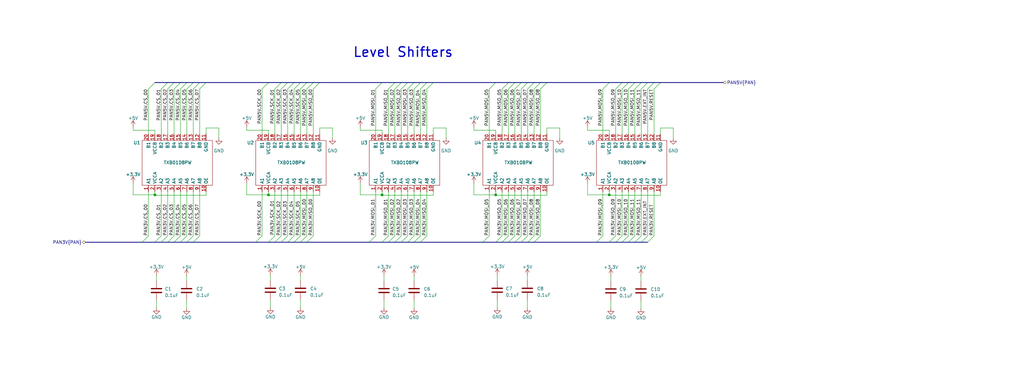
<source format=kicad_sch>
(kicad_sch (version 20230121) (generator eeschema)
  (paper "User" 406.4 152.4)
  (lib_symbols
    (symbol "Device:C" (pin_numbers hide) (pin_names (offset 0.254))
      (property "Reference" "C" (at 0.635 2.54 0))
      (property "Value" "C" (at 0.635 -2.54 0))
      (symbol "C_0_1"
        (polyline (pts (xy -2.032 -0.762) (xy 2.032 -0.762)) (stroke (width 0.508)))
        (polyline (pts (xy -2.032 0.762) (xy 2.032 0.762)) (stroke (width 0.508)))
      )
      (symbol "C_1_1"
        (pin passive line (at 0 3.81 270) (length 2.794) (name "~") (number "1"))
        (pin passive line (at 0 -3.81 90) (length 2.794) (name "~") (number "2"))
      )
    )
    (symbol "TXB0108:TXB0108PW"
      (property "Reference" "U" (at -6.35 15.24 0))
      (property "Value" "TXB0108PW" (at 0 -15.24 0))
      (symbol "TXB0108PW_0_1"
        (rectangle (start -8.89 13.97) (end 8.89 -13.97))
      )
      (symbol "TXB0108PW_1_1"
        (pin bidirectional line (at -11.43 11.43 0) (length 2.54) (name "A1") (number "1"))
        (pin input line (at -11.43 -11.43 0) (length 2.54) (name "OE") (number "10"))
        (pin power_in line (at 11.43 -11.43 180) (length 2.54) (name "GND") (number "11"))
        (pin bidirectional line (at 11.43 -8.89 180) (length 2.54) (name "B8") (number "12"))
        (pin bidirectional line (at 11.43 -6.35 180) (length 2.54) (name "B7") (number "13"))
        (pin bidirectional line (at 11.43 -3.81 180) (length 2.54) (name "B6") (number "14"))
        (pin bidirectional line (at 11.43 -1.27 180) (length 2.54) (name "B5") (number "15"))
        (pin bidirectional line (at 11.43 1.27 180) (length 2.54) (name "B4") (number "16"))
        (pin bidirectional line (at 11.43 3.81 180) (length 2.54) (name "B3") (number "17"))
        (pin bidirectional line (at 11.43 6.35 180) (length 2.54) (name "B2") (number "18"))
        (pin power_in line (at 11.43 8.89 180) (length 2.54) (name "VCCB") (number "19"))
        (pin power_in line (at -11.43 8.89 0) (length 2.54) (name "VCCA") (number "2"))
        (pin bidirectional line (at 11.43 11.43 180) (length 2.54) (name "B1") (number "20"))
        (pin bidirectional line (at -11.43 6.35 0) (length 2.54) (name "A2") (number "3"))
        (pin bidirectional line (at -11.43 3.81 0) (length 2.54) (name "A3") (number "4"))
        (pin bidirectional line (at -11.43 1.27 0) (length 2.54) (name "A4") (number "5"))
        (pin bidirectional line (at -11.43 -1.27 0) (length 2.54) (name "A5") (number "6"))
        (pin bidirectional line (at -11.43 -3.81 0) (length 2.54) (name "A6") (number "7"))
        (pin bidirectional line (at -11.43 -6.35 0) (length 2.54) (name "A7") (number "8"))
        (pin bidirectional line (at -11.43 -8.89 0) (length 2.54) (name "A8") (number "9"))
      )
    )
    (symbol "power:+3.3V" (power) (pin_names (offset 0))
      (property "Value" "+3.3V" (at 0 3.556 0))
      (symbol "+3.3V_0_1"
        (polyline (pts (xy -0.762 1.27) (xy 0 2.54)))
        (polyline (pts (xy 0 0) (xy 0 2.54)))
        (polyline (pts (xy 0 2.54) (xy 0.762 1.27)))
      )
      (symbol "+3.3V_1_1"
        (pin power_in line (at 0 0 90) (length 0) hide (name "+3.3V") (number "1"))
      )
    )
    (symbol "power:+5V" (power) (pin_names (offset 0))
      (property "Value" "+5V" (at 0 3.556 0))
      (symbol "+5V_0_1"
        (polyline (pts (xy -0.762 1.27) (xy 0 2.54)))
        (polyline (pts (xy 0 0) (xy 0 2.54)))
        (polyline (pts (xy 0 2.54) (xy 0.762 1.27)))
      )
      (symbol "+5V_1_1"
        (pin power_in line (at 0 0 90) (length 0) hide (name "+5V") (number "1"))
      )
    )
    (symbol "power:GND" (power) (pin_names (offset 0))
      (property "Value" "GND" (at 0 -3.81 0))
      (symbol "GND_0_1"
        (polyline (pts (xy 0 0) (xy 0 -1.27) (xy 1.27 -1.27) (xy 0 -2.54) (xy -1.27 -1.27) (xy 0 -1.27)))
      )
      (symbol "GND_1_1"
        (pin power_in line (at 0 0 270) (length 0) hide (name "GND") (number "1"))
      )
    )
  )
  (junction (at 106.553 77.343))
  (junction (at 61.468 77.343))
  (junction (at 151.638 77.343))
  (junction (at 196.723 77.343))
  (junction (at 241.808 77.343))
  (bus_entry (at 206.883 35.306) (size 2.54 -2.54))
  (bus_entry (at 194.183 35.306) (size 2.54 -2.54))
  (bus_entry (at 76.708 35.306) (size 2.54 -2.54))
  (bus_entry (at 104.013 35.306) (size 2.54 -2.54))
  (bus_entry (at 79.248 93.599) (size -2.54 2.54))
  (bus_entry (at 166.878 35.306) (size 2.54 -2.54))
  (bus_entry (at 66.548 93.599) (size -2.54 2.54))
  (bus_entry (at 251.968 93.599) (size -2.54 2.54))
  (bus_entry (at 159.258 35.306) (size 2.54 -2.54))
  (bus_entry (at 251.968 35.306) (size 2.54 -2.54))
  (bus_entry (at 69.088 35.306) (size 2.54 -2.54))
  (bus_entry (at 121.793 35.306) (size 2.54 -2.54))
  (bus_entry (at 154.178 93.599) (size -2.54 2.54))
  (bus_entry (at 161.798 35.306) (size 2.54 -2.54))
  (bus_entry (at 164.338 93.599) (size -2.54 2.54))
  (bus_entry (at 214.503 35.306) (size 2.54 -2.54))
  (bus_entry (at 64.008 35.306) (size 2.54 -2.54))
  (bus_entry (at 71.628 93.599) (size -2.54 2.54))
  (bus_entry (at 244.348 35.306) (size 2.54 -2.54))
  (bus_entry (at 257.048 93.599) (size -2.54 2.54))
  (bus_entry (at 149.098 35.306) (size 2.54 -2.54))
  (bus_entry (at 204.343 35.306) (size 2.54 -2.54))
  (bus_entry (at 209.423 35.306) (size 2.54 -2.54))
  (bus_entry (at 214.503 93.599) (size -2.54 2.54))
  (bus_entry (at 199.263 93.599) (size -2.54 2.54))
  (bus_entry (at 254.508 35.306) (size 2.54 -2.54))
  (bus_entry (at 211.963 35.306) (size 2.54 -2.54))
  (bus_entry (at 149.098 93.599) (size -2.54 2.54))
  (bus_entry (at 201.803 35.306) (size 2.54 -2.54))
  (bus_entry (at 119.253 35.306) (size 2.54 -2.54))
  (bus_entry (at 169.418 35.306) (size 2.54 -2.54))
  (bus_entry (at 259.588 35.306) (size 2.54 -2.54))
  (bus_entry (at 109.093 93.599) (size -2.54 2.54))
  (bus_entry (at 249.428 35.306) (size 2.54 -2.54))
  (bus_entry (at 204.343 93.599) (size -2.54 2.54))
  (bus_entry (at 259.588 93.599) (size -2.54 2.54))
  (bus_entry (at 201.803 93.599) (size -2.54 2.54))
  (bus_entry (at 164.338 35.306) (size 2.54 -2.54))
  (bus_entry (at 124.333 35.306) (size 2.54 -2.54))
  (bus_entry (at 74.168 93.599) (size -2.54 2.54))
  (bus_entry (at 239.268 35.306) (size 2.54 -2.54))
  (bus_entry (at 58.928 93.599) (size -2.54 2.54))
  (bus_entry (at 249.428 93.599) (size -2.54 2.54))
  (bus_entry (at 199.263 35.306) (size 2.54 -2.54))
  (bus_entry (at 166.878 93.599) (size -2.54 2.54))
  (bus_entry (at 58.928 35.306) (size 2.54 -2.54))
  (bus_entry (at 116.713 35.306) (size 2.54 -2.54))
  (bus_entry (at 211.963 93.599) (size -2.54 2.54))
  (bus_entry (at 104.013 93.599) (size -2.54 2.54))
  (bus_entry (at 69.088 93.599) (size -2.54 2.54))
  (bus_entry (at 74.168 35.306) (size 2.54 -2.54))
  (bus_entry (at 76.708 93.599) (size -2.54 2.54))
  (bus_entry (at 206.883 93.599) (size -2.54 2.54))
  (bus_entry (at 114.173 93.599) (size -2.54 2.54))
  (bus_entry (at 246.888 35.306) (size 2.54 -2.54))
  (bus_entry (at 244.348 93.599) (size -2.54 2.54))
  (bus_entry (at 79.248 35.306) (size 2.54 -2.54))
  (bus_entry (at 239.268 93.599) (size -2.54 2.54))
  (bus_entry (at 111.633 93.599) (size -2.54 2.54))
  (bus_entry (at 66.548 35.306) (size 2.54 -2.54))
  (bus_entry (at 161.798 93.599) (size -2.54 2.54))
  (bus_entry (at 111.633 35.306) (size 2.54 -2.54))
  (bus_entry (at 254.508 93.599) (size -2.54 2.54))
  (bus_entry (at 71.628 35.306) (size 2.54 -2.54))
  (bus_entry (at 154.178 35.306) (size 2.54 -2.54))
  (bus_entry (at 257.048 35.306) (size 2.54 -2.54))
  (bus_entry (at 121.793 93.599) (size -2.54 2.54))
  (bus_entry (at 194.183 93.599) (size -2.54 2.54))
  (bus_entry (at 116.713 93.599) (size -2.54 2.54))
  (bus_entry (at 209.423 93.599) (size -2.54 2.54))
  (bus_entry (at 159.258 93.599) (size -2.54 2.54))
  (bus_entry (at 156.718 35.306) (size 2.54 -2.54))
  (bus_entry (at 124.333 93.599) (size -2.54 2.54))
  (bus_entry (at 156.718 93.599) (size -2.54 2.54))
  (bus_entry (at 114.173 35.306) (size 2.54 -2.54))
  (bus_entry (at 246.888 93.599) (size -2.54 2.54))
  (bus_entry (at 119.253 93.599) (size -2.54 2.54))
  (bus_entry (at 64.008 93.599) (size -2.54 2.54))
  (bus_entry (at 169.418 93.599) (size -2.54 2.54))
  (bus_entry (at 109.093 35.306) (size 2.54 -2.54))
  (bus (pts (xy 169.418 32.766) (xy 171.958 32.766)))
  (wire (pts (xy 52.832 51.689) (xy 52.832 50.419)))
  (bus (pts (xy 217.043 32.766) (xy 241.808 32.766)))
  (bus (pts (xy 156.718 32.766) (xy 159.258 32.766)))
  (bus (pts (xy 61.468 96.139) (xy 64.008 96.139)))
  (wire (pts (xy 199.263 76.073) (xy 199.263 93.599)))
  (bus (pts (xy 151.638 96.139) (xy 154.178 96.139)))
  (wire (pts (xy 109.093 76.073) (xy 109.093 93.599)))
  (wire (pts (xy 164.338 109.474) (xy 164.338 111.506)))
  (wire (pts (xy 239.268 76.073) (xy 239.268 93.599)))
  (wire (pts (xy 177.038 50.8) (xy 177.038 54.737)))
  (wire (pts (xy 97.917 51.689) (xy 97.917 50.419)))
  (wire (pts (xy 66.548 35.306) (xy 66.548 53.213)))
  (wire (pts (xy 111.633 35.306) (xy 111.633 53.213)))
  (bus (pts (xy 211.963 96.139) (xy 236.728 96.139)))
  (bus (pts (xy 166.878 96.139) (xy 191.643 96.139)))
  (wire (pts (xy 151.638 77.343) (xy 143.002 77.343)))
  (wire (pts (xy 119.253 118.999) (xy 119.253 122.174)))
  (bus (pts (xy 259.588 32.766) (xy 262.128 32.766)))
  (bus (pts (xy 121.793 96.139) (xy 146.558 96.139)))
  (wire (pts (xy 241.808 77.343) (xy 241.808 77.47)))
  (wire (pts (xy 106.553 77.47) (xy 126.873 77.47)))
  (bus (pts (xy 236.728 96.139) (xy 241.808 96.139)))
  (bus (pts (xy 254.508 32.766) (xy 257.048 32.766)))
  (wire (pts (xy 119.253 109.347) (xy 119.253 111.379)))
  (wire (pts (xy 254.508 35.306) (xy 254.508 53.213)))
  (wire (pts (xy 126.873 50.8) (xy 131.953 50.8)))
  (wire (pts (xy 121.793 35.306) (xy 121.793 53.213)))
  (wire (pts (xy 124.333 35.306) (xy 124.333 53.213)))
  (wire (pts (xy 74.168 76.073) (xy 74.168 93.599)))
  (wire (pts (xy 64.008 76.073) (xy 64.008 93.599)))
  (wire (pts (xy 79.248 76.073) (xy 79.248 93.599)))
  (wire (pts (xy 196.723 77.343) (xy 196.723 77.47)))
  (wire (pts (xy 196.723 51.689) (xy 188.087 51.689)))
  (bus (pts (xy 241.808 96.139) (xy 244.348 96.139)))
  (wire (pts (xy 254.381 119.253) (xy 254.381 122.428)))
  (wire (pts (xy 204.343 35.306) (xy 204.343 53.213)))
  (wire (pts (xy 149.098 35.306) (xy 149.098 53.213)))
  (wire (pts (xy 214.503 76.073) (xy 214.503 93.599)))
  (bus (pts (xy 209.423 96.139) (xy 211.963 96.139)))
  (bus (pts (xy 214.503 32.766) (xy 217.043 32.766)))
  (bus (pts (xy 171.958 32.766) (xy 196.723 32.766)))
  (wire (pts (xy 76.708 35.306) (xy 76.708 53.213)))
  (bus (pts (xy 106.553 32.766) (xy 111.633 32.766)))
  (wire (pts (xy 166.878 35.306) (xy 166.878 53.213)))
  (wire (pts (xy 246.888 35.306) (xy 246.888 53.213)))
  (bus (pts (xy 206.883 96.139) (xy 209.423 96.139)))
  (wire (pts (xy 52.832 72.644) (xy 52.832 77.343)))
  (wire (pts (xy 159.258 35.306) (xy 159.258 53.213)))
  (wire (pts (xy 217.043 76.073) (xy 217.043 77.47)))
  (wire (pts (xy 169.418 35.306) (xy 169.418 53.213)))
  (wire (pts (xy 254.381 109.601) (xy 254.381 111.633)))
  (bus (pts (xy 116.713 96.139) (xy 119.253 96.139)))
  (wire (pts (xy 81.788 53.213) (xy 81.788 50.8)))
  (wire (pts (xy 111.633 76.073) (xy 111.633 93.599)))
  (wire (pts (xy 114.173 35.306) (xy 114.173 53.213)))
  (wire (pts (xy 209.423 76.073) (xy 209.423 93.599)))
  (bus (pts (xy 199.263 96.139) (xy 201.803 96.139)))
  (bus (pts (xy 76.708 32.766) (xy 79.248 32.766)))
  (wire (pts (xy 71.628 35.306) (xy 71.628 53.213)))
  (bus (pts (xy 251.968 32.766) (xy 254.508 32.766)))
  (wire (pts (xy 166.878 76.073) (xy 166.878 93.599)))
  (wire (pts (xy 188.087 72.644) (xy 188.087 77.343)))
  (wire (pts (xy 69.088 35.306) (xy 69.088 53.213)))
  (wire (pts (xy 61.468 51.689) (xy 52.832 51.689)))
  (wire (pts (xy 159.258 76.073) (xy 159.258 93.599)))
  (bus (pts (xy 209.423 32.766) (xy 211.963 32.766)))
  (bus (pts (xy 246.888 32.766) (xy 249.428 32.766)))
  (bus (pts (xy 204.343 32.766) (xy 206.883 32.766)))
  (bus (pts (xy 249.428 96.139) (xy 251.968 96.139)))
  (wire (pts (xy 262.128 50.8) (xy 267.208 50.8)))
  (bus (pts (xy 101.473 96.139) (xy 106.553 96.139)))
  (bus (pts (xy 161.798 32.766) (xy 164.338 32.766)))
  (wire (pts (xy 259.588 76.073) (xy 259.588 93.599)))
  (wire (pts (xy 116.713 35.306) (xy 116.713 53.213)))
  (bus (pts (xy 159.258 32.766) (xy 161.798 32.766)))
  (bus (pts (xy 206.883 32.766) (xy 209.423 32.766)))
  (wire (pts (xy 97.917 72.644) (xy 97.917 77.343)))
  (wire (pts (xy 246.888 76.073) (xy 246.888 93.599)))
  (wire (pts (xy 241.808 77.343) (xy 233.172 77.343)))
  (wire (pts (xy 106.553 77.343) (xy 106.553 77.47)))
  (bus (pts (xy 81.788 32.766) (xy 106.553 32.766)))
  (bus (pts (xy 154.178 96.139) (xy 156.718 96.139)))
  (bus (pts (xy 66.548 96.139) (xy 69.088 96.139)))
  (wire (pts (xy 106.553 51.689) (xy 97.917 51.689)))
  (wire (pts (xy 143.002 51.689) (xy 143.002 50.419)))
  (wire (pts (xy 196.723 77.47) (xy 217.043 77.47)))
  (wire (pts (xy 199.263 35.306) (xy 199.263 53.213)))
  (wire (pts (xy 209.423 35.306) (xy 209.423 53.213)))
  (wire (pts (xy 151.638 76.073) (xy 151.638 77.343)))
  (wire (pts (xy 204.343 76.073) (xy 204.343 93.599)))
  (wire (pts (xy 71.628 76.073) (xy 71.628 93.599)))
  (wire (pts (xy 251.968 76.073) (xy 251.968 93.599)))
  (wire (pts (xy 152.4 109.347) (xy 152.4 111.506)))
  (bus (pts (xy 166.878 32.766) (xy 169.418 32.766)))
  (bus (pts (xy 191.643 96.139) (xy 196.723 96.139)))
  (bus (pts (xy 249.428 32.766) (xy 251.968 32.766)))
  (bus (pts (xy 61.468 32.766) (xy 66.548 32.766)))
  (bus (pts (xy 201.803 32.766) (xy 204.343 32.766)))
  (wire (pts (xy 244.348 76.073) (xy 244.348 93.599)))
  (bus (pts (xy 121.793 32.766) (xy 124.333 32.766)))
  (wire (pts (xy 106.553 53.213) (xy 106.553 51.689)))
  (wire (pts (xy 151.638 51.689) (xy 143.002 51.689)))
  (bus (pts (xy 262.128 32.766) (xy 287.02 32.766)))
  (bus (pts (xy 196.723 96.139) (xy 199.263 96.139)))
  (wire (pts (xy 131.953 50.8) (xy 131.953 54.737)))
  (wire (pts (xy 222.123 50.8) (xy 222.123 54.737)))
  (bus (pts (xy 246.888 96.139) (xy 249.428 96.139)))
  (bus (pts (xy 156.718 96.139) (xy 159.258 96.139)))
  (wire (pts (xy 164.338 76.073) (xy 164.338 93.599)))
  (wire (pts (xy 171.958 76.073) (xy 171.958 77.47)))
  (bus (pts (xy 33.909 96.139) (xy 56.388 96.139)))
  (wire (pts (xy 257.048 35.306) (xy 257.048 53.213)))
  (wire (pts (xy 194.183 35.306) (xy 194.183 53.213)))
  (wire (pts (xy 64.008 35.306) (xy 64.008 53.213)))
  (wire (pts (xy 74.168 35.306) (xy 74.168 53.213)))
  (bus (pts (xy 201.803 96.139) (xy 204.343 96.139)))
  (bus (pts (xy 196.723 32.766) (xy 201.803 32.766)))
  (wire (pts (xy 61.468 76.073) (xy 61.468 77.343)))
  (wire (pts (xy 241.808 51.689) (xy 233.172 51.689)))
  (bus (pts (xy 204.343 96.139) (xy 206.883 96.139)))
  (wire (pts (xy 114.173 76.073) (xy 114.173 93.599)))
  (wire (pts (xy 242.443 109.474) (xy 242.443 111.633)))
  (wire (pts (xy 262.128 76.073) (xy 262.128 77.47)))
  (wire (pts (xy 74.041 109.474) (xy 74.041 111.506)))
  (bus (pts (xy 71.628 96.139) (xy 74.168 96.139)))
  (wire (pts (xy 156.718 35.306) (xy 156.718 53.213)))
  (wire (pts (xy 106.553 76.073) (xy 106.553 77.343)))
  (bus (pts (xy 116.713 32.766) (xy 119.253 32.766)))
  (wire (pts (xy 107.315 118.999) (xy 107.315 122.047)))
  (wire (pts (xy 171.958 50.8) (xy 177.038 50.8)))
  (wire (pts (xy 104.013 35.306) (xy 104.013 53.213)))
  (wire (pts (xy 254.508 76.073) (xy 254.508 93.599)))
  (wire (pts (xy 154.178 35.306) (xy 154.178 53.213)))
  (wire (pts (xy 81.788 76.073) (xy 81.788 77.47)))
  (wire (pts (xy 196.723 76.073) (xy 196.723 77.343)))
  (bus (pts (xy 74.168 32.766) (xy 76.708 32.766)))
  (bus (pts (xy 251.968 96.139) (xy 254.508 96.139)))
  (bus (pts (xy 114.173 32.766) (xy 116.713 32.766)))
  (wire (pts (xy 61.468 53.213) (xy 61.468 51.689)))
  (wire (pts (xy 197.358 109.22) (xy 197.358 111.379)))
  (bus (pts (xy 111.633 32.766) (xy 114.173 32.766)))
  (wire (pts (xy 61.468 77.343) (xy 61.468 77.47)))
  (wire (pts (xy 119.253 76.073) (xy 119.253 93.599)))
  (wire (pts (xy 206.883 35.306) (xy 206.883 53.213)))
  (wire (pts (xy 66.548 76.073) (xy 66.548 93.599)))
  (wire (pts (xy 267.208 50.8) (xy 267.208 54.737)))
  (wire (pts (xy 86.868 50.8) (xy 86.868 54.737)))
  (wire (pts (xy 124.333 76.073) (xy 124.333 93.599)))
  (bus (pts (xy 241.808 32.766) (xy 246.888 32.766)))
  (wire (pts (xy 79.248 35.306) (xy 79.248 53.213)))
  (wire (pts (xy 201.803 35.306) (xy 201.803 53.213)))
  (bus (pts (xy 64.008 96.139) (xy 66.548 96.139)))
  (wire (pts (xy 61.468 77.47) (xy 81.788 77.47)))
  (wire (pts (xy 149.098 76.073) (xy 149.098 93.599)))
  (bus (pts (xy 79.248 32.766) (xy 81.788 32.766)))
  (wire (pts (xy 151.638 53.213) (xy 151.638 51.689)))
  (wire (pts (xy 209.296 118.999) (xy 209.296 122.174)))
  (wire (pts (xy 262.128 53.213) (xy 262.128 50.8)))
  (wire (pts (xy 152.4 119.126) (xy 152.4 122.174)))
  (wire (pts (xy 209.296 109.347) (xy 209.296 111.379)))
  (wire (pts (xy 74.041 119.126) (xy 74.041 122.301)))
  (bus (pts (xy 119.253 32.766) (xy 121.793 32.766)))
  (wire (pts (xy 206.883 76.073) (xy 206.883 93.599)))
  (wire (pts (xy 241.808 76.073) (xy 241.808 77.343)))
  (bus (pts (xy 211.963 32.766) (xy 214.503 32.766)))
  (wire (pts (xy 116.713 76.073) (xy 116.713 93.599)))
  (wire (pts (xy 107.315 109.22) (xy 107.315 111.379)))
  (wire (pts (xy 251.968 35.306) (xy 251.968 53.213)))
  (wire (pts (xy 196.723 53.213) (xy 196.723 51.689)))
  (bus (pts (xy 119.253 96.139) (xy 121.793 96.139)))
  (wire (pts (xy 197.358 118.999) (xy 197.358 122.047)))
  (bus (pts (xy 66.548 32.766) (xy 69.088 32.766)))
  (wire (pts (xy 211.963 76.073) (xy 211.963 93.599)))
  (wire (pts (xy 61.468 77.343) (xy 52.832 77.343)))
  (wire (pts (xy 161.798 35.306) (xy 161.798 53.213)))
  (wire (pts (xy 233.172 72.644) (xy 233.172 77.343)))
  (bus (pts (xy 106.553 96.139) (xy 109.093 96.139)))
  (wire (pts (xy 171.958 53.213) (xy 171.958 50.8)))
  (wire (pts (xy 194.183 76.073) (xy 194.183 93.599)))
  (bus (pts (xy 164.338 32.766) (xy 166.878 32.766)))
  (bus (pts (xy 71.628 32.766) (xy 74.168 32.766)))
  (wire (pts (xy 217.043 50.8) (xy 222.123 50.8)))
  (bus (pts (xy 109.093 96.139) (xy 111.633 96.139)))
  (wire (pts (xy 76.708 76.073) (xy 76.708 93.599)))
  (wire (pts (xy 196.723 77.343) (xy 188.087 77.343)))
  (wire (pts (xy 211.963 35.306) (xy 211.963 53.213)))
  (wire (pts (xy 188.087 51.689) (xy 188.087 50.419)))
  (bus (pts (xy 69.088 96.139) (xy 71.628 96.139)))
  (wire (pts (xy 244.348 35.306) (xy 244.348 53.213)))
  (wire (pts (xy 169.418 76.073) (xy 169.418 93.599)))
  (wire (pts (xy 249.428 76.073) (xy 249.428 93.599)))
  (wire (pts (xy 109.093 35.306) (xy 109.093 53.213)))
  (bus (pts (xy 244.348 96.139) (xy 246.888 96.139)))
  (wire (pts (xy 151.638 77.47) (xy 171.958 77.47)))
  (wire (pts (xy 249.428 35.306) (xy 249.428 53.213)))
  (wire (pts (xy 126.873 53.213) (xy 126.873 50.8)))
  (bus (pts (xy 74.168 96.139) (xy 76.708 96.139)))
  (wire (pts (xy 106.553 77.343) (xy 97.917 77.343)))
  (wire (pts (xy 257.048 76.073) (xy 257.048 93.599)))
  (wire (pts (xy 154.178 76.073) (xy 154.178 93.599)))
  (wire (pts (xy 62.103 109.347) (xy 62.103 111.506)))
  (bus (pts (xy 126.873 32.766) (xy 151.638 32.766)))
  (bus (pts (xy 56.388 96.139) (xy 61.468 96.139)))
  (wire (pts (xy 121.793 76.073) (xy 121.793 93.599)))
  (bus (pts (xy 151.638 32.766) (xy 156.718 32.766)))
  (wire (pts (xy 164.338 119.126) (xy 164.338 122.301)))
  (bus (pts (xy 114.173 96.139) (xy 116.713 96.139)))
  (wire (pts (xy 259.588 35.306) (xy 259.588 53.213)))
  (wire (pts (xy 201.803 76.073) (xy 201.803 93.599)))
  (wire (pts (xy 241.808 53.213) (xy 241.808 51.689)))
  (wire (pts (xy 58.928 76.073) (xy 58.928 93.599)))
  (wire (pts (xy 161.798 76.073) (xy 161.798 93.599)))
  (wire (pts (xy 62.103 119.126) (xy 62.103 122.174)))
  (bus (pts (xy 164.338 96.139) (xy 166.878 96.139)))
  (wire (pts (xy 217.043 53.213) (xy 217.043 50.8)))
  (wire (pts (xy 214.503 35.306) (xy 214.503 53.213)))
  (wire (pts (xy 69.088 76.073) (xy 69.088 93.599)))
  (wire (pts (xy 241.808 77.47) (xy 262.128 77.47)))
  (wire (pts (xy 151.638 77.343) (xy 151.638 77.47)))
  (wire (pts (xy 126.873 76.073) (xy 126.873 77.47)))
  (bus (pts (xy 257.048 32.766) (xy 259.588 32.766)))
  (bus (pts (xy 161.798 96.139) (xy 164.338 96.139)))
  (wire (pts (xy 143.002 72.644) (xy 143.002 77.343)))
  (wire (pts (xy 104.013 76.073) (xy 104.013 93.599)))
  (wire (pts (xy 119.253 35.306) (xy 119.253 53.213)))
  (wire (pts (xy 156.718 76.073) (xy 156.718 93.599)))
  (bus (pts (xy 254.508 96.139) (xy 257.048 96.139)))
  (wire (pts (xy 81.788 50.8) (xy 86.868 50.8)))
  (bus (pts (xy 69.088 32.766) (xy 71.628 32.766)))
  (bus (pts (xy 76.708 96.139) (xy 101.473 96.139)))
  (bus (pts (xy 124.333 32.766) (xy 126.873 32.766)))
  (wire (pts (xy 164.338 35.306) (xy 164.338 53.213)))
  (wire (pts (xy 58.928 35.306) (xy 58.928 53.213)))
  (bus (pts (xy 146.558 96.139) (xy 151.638 96.139)))
  (wire (pts (xy 239.268 35.306) (xy 239.268 53.213)))
  (bus (pts (xy 159.258 96.139) (xy 161.798 96.139)))
  (wire (pts (xy 233.172 51.689) (xy 233.172 50.419)))
  (wire (pts (xy 242.443 119.253) (xy 242.443 122.301)))
  (bus (pts (xy 111.633 96.139) (xy 114.173 96.139)))
  (text "Level Shifters" (at 139.954 23.114 0) (effects (font (size 3.81 3.81) (thickness 0.508) bold) (justify left bottom)))
  (label "PAN3V.CS_06" (at 76.708 93.599 90))
  (label "PAN3V.CS_05" (at 74.168 93.599 90))
  (label "PAN5V.SCK_05" (at 119.253 35.306 270))
  (label "PAN5V.CS_04" (at 71.628 35.306 270))
  (label "PAN5V.MOSI_05" (at 194.183 35.306 270))
  (label "PAN3V.MOSI_04" (at 166.878 93.599 90))
  (label "PAN5V.SCK_04" (at 116.713 35.306 270))
  (label "PAN5V.MOSI_07" (at 206.883 35.306 270))
  (label "PAN3V.SCK_04" (at 116.713 93.599 90))
  (label "PAN3V.MISO_08" (at 214.503 93.599 90))
  (label "PAN3V.SCK_01" (at 109.093 93.345 90))
  (label "PAN3V.MOSI_11" (at 251.968 93.599 90))
  (label "PAN3V.CS_00" (at 58.928 93.599 90))
  (label "PAN5V.MISO_04" (at 169.418 35.306 270))
  (label "PAN5V.MOSI_11" (at 251.968 35.306 270))
  (label "PAN3V.CS_07" (at 79.248 93.599 90))
  (label "PAN5V.CS_07" (at 79.248 35.306 270))
  (label "PAN3V.MOSI_03" (at 161.798 93.599 90))
  (label "PAN3V.MISO_06" (at 204.343 93.599 90))
  (label "PAN3V.CS_01" (at 64.008 93.599 90))
  (label "PAN5V.CS_02" (at 66.548 35.306 270))
  (label "PAN5V.MISO_07" (at 209.423 35.306 270))
  (label "PAN5V.MOSI_04" (at 166.878 35.56 270))
  (label "PAN3V.MISO_03" (at 164.338 93.599 90))
  (label "PAN3V.MOSI_10" (at 246.888 93.599 90))
  (label "PAN3V.MOSI_09" (at 239.268 93.599 90))
  (label "PAN5V.MISO_08" (at 214.503 35.306 270))
  (label "PAN5V.RESET" (at 259.588 35.306 270))
  (label "PAN3V.CS_04" (at 71.628 93.599 90))
  (label "PAN5V.SCK_00" (at 104.013 35.306 270))
  (label "PAN5V.MISO_06" (at 204.343 35.306 270))
  (label "PAN5V.MOSI_06" (at 201.803 35.306 270))
  (label "PAN5V.MOSI_10" (at 246.888 35.306 270))
  (label "PAN5V.EXT_INT" (at 257.048 35.306 270))
  (label "PAN3V.SCK_02" (at 111.633 93.599 90))
  (label "PAN3V.CS_02" (at 66.548 93.599 90))
  (label "PAN5V.MOSI_01" (at 149.098 35.306 270))
  (label "PAN3V.MOSI_05" (at 194.183 93.599 90))
  (label "PAN3V.MISO_04" (at 169.418 93.599 90))
  (label "PAN5V.SCK_02" (at 111.633 35.306 270))
  (label "PAN3V.MISO_02" (at 159.258 93.599 90))
  (label "PAN3V.MOSI_06" (at 201.803 93.599 90))
  (label "PAN3V.MOSI_08" (at 211.963 93.599 90))
  (label "PAN5V.MISO_00" (at 124.333 35.306 270))
  (label "PAN3V.MOSI_02" (at 156.718 93.599 90))
  (label "PAN5V.CS_03" (at 69.088 35.306 270))
  (label "PAN3V.MISO_00" (at 124.333 93.599 90))
  (label "PAN5V.MISO_11" (at 254.508 35.306 270))
  (label "PAN5V.MOSI_09" (at 239.268 35.306 270))
  (label "PAN5V.MOSI_08" (at 211.963 35.306 270))
  (label "PAN3V.EXT_INT" (at 257.048 93.599 90))
  (label "PAN3V.MISO_01" (at 154.178 93.599 90))
  (label "PAN3V.MISO_10" (at 249.428 93.599 90))
  (label "PAN5V.CS_06" (at 76.708 35.306 270))
  (label "PAN5V.MISO_01" (at 154.178 35.306 270))
  (label "PAN5V.CS_01" (at 64.008 35.306 270))
  (label "PAN5V.MISO_09" (at 244.348 35.306 270))
  (label "PAN3V.MISO_05" (at 199.263 93.599 90))
  (label "PAN5V.MISO_10" (at 249.428 35.306 270))
  (label "PAN3V.MISO_07" (at 209.423 93.599 90))
  (label "PAN3V.MISO_11" (at 254.508 93.599 90))
  (label "PAN3V.MOSI_01" (at 149.098 93.599 90))
  (label "PAN3V.SCK_05" (at 119.253 93.599 90))
  (label "PAN5V.MISO_05" (at 199.263 35.306 270))
  (label "PAN3V.SCK_03" (at 114.173 93.599 90))
  (label "PAN5V.SCK_01" (at 109.093 35.306 270))
  (label "PAN5V.MOSI_02" (at 156.718 35.306 270))
  (label "PAN5V.MOSI_03" (at 161.798 35.306 270))
  (label "PAN5V.MISO_03" (at 164.338 35.306 270))
  (label "PAN3V.MOSI_07" (at 206.883 93.599 90))
  (label "PAN3V.MOSI_00" (at 121.793 93.599 90))
  (label "PAN5V.CS_05" (at 74.168 35.306 270))
  (label "PAN3V.RESET" (at 259.588 93.599 90))
  (label "PAN3V.SCK_00" (at 104.013 93.599 90))
  (label "PAN5V.SCK_03" (at 114.173 35.306 270))
  (label "PAN5V.MISO_02" (at 159.258 35.306 270))
  (label "PAN3V.MISO_09" (at 244.348 93.599 90))
  (label "PAN5V.CS_00" (at 58.928 35.306 270))
  (label "PAN5V.MOSI_00" (at 121.793 35.306 270))
  (label "PAN3V.CS_03" (at 69.088 93.599 90))
  (hierarchical_label "PAN3V{PAN}" (shape bidirectional) (at 33.909 96.139 180))
  (hierarchical_label "PAN5V{PAN}" (shape bidirectional) (at 287.02 32.766 0))
  (symbol (lib_id "power:GND") (at 209.296 122.174 0) (unit 1)
    (property "Reference" "#PWR060" (effects hide))
    (property "Value" "GND" (at 209.296 125.857 0))
  )
  (symbol (lib_id "Device:C") (at 197.358 115.189 0) (unit 1)
    (property "Reference" "C7" (at 200.66 114.554 0) (effects (justify left)))
    (property "Value" "0.1uF" (at 200.66 117.094 0) (effects (justify left)))
    (property "Footprint" "Capacitor_SMD:C_0603_1608Metric" (effects hide))
  )
  (symbol (lib_id "power:+3.3V") (at 242.443 109.474 0) (unit 1)
    (property "Reference" "#PWR069" (effects hide))
    (property "Value" "+3.3V" (at 242.443 106.045 0))
  )
  (symbol (lib_id "power:+3.3V") (at 152.4 109.347 0) (unit 1)
    (property "Reference" "#PWR035" (effects hide))
    (property "Value" "+3.3V" (at 152.4 105.918 0))
  )
  (symbol (lib_id "power:+5V") (at 52.832 50.419 0) (unit 1)
    (property "Reference" "#PWR063" (effects hide))
    (property "Value" "+5V" (at 52.832 46.863 0))
  )
  (symbol (lib_id "power:+5V") (at 209.296 109.347 0) (unit 1)
    (property "Reference" "#PWR042" (effects hide))
    (property "Value" "+5V" (at 209.296 105.918 0))
  )
  (symbol (lib_id "power:+5V") (at 143.002 50.419 0) (unit 1)
    (property "Reference" "#PWR031" (effects hide))
    (property "Value" "+5V" (at 143.002 46.863 0))
  )
  (symbol (lib_id "power:GND") (at 74.041 122.301 0) (unit 1)
    (property "Reference" "#PWR017" (effects hide))
    (property "Value" "GND" (at 74.041 125.984 0))
  )
  (symbol (lib_id "TXB0108:TXB0108PW") (at 70.358 64.643 90) (unit 1)
    (property "Reference" "U1" (at 52.959 56.642 90) (effects (justify right)))
    (property "Value" "TXB0108PW" (at 64.897 64.516 90) (effects (justify right)))
    (property "Footprint" "Package_SO:TSSOP-20_4.4x6.5mm_P0.65mm" (effects hide))
  )
  (symbol (lib_id "power:+3.3V") (at 233.172 72.644 0) (unit 1)
    (property "Reference" "#PWR068" (effects hide))
    (property "Value" "+3.3V" (at 233.172 69.215 0))
  )
  (symbol (lib_id "Device:C") (at 74.041 115.316 0) (unit 1)
    (property "Reference" "C2" (at 77.851 114.681 0) (effects (justify left)))
    (property "Value" "0.1uF" (at 77.851 117.221 0) (effects (justify left)))
    (property "Footprint" "Capacitor_SMD:C_0603_1608Metric" (effects hide))
  )
  (symbol (lib_id "Device:C") (at 254.381 115.443 0) (unit 1)
    (property "Reference" "C10" (at 258.191 114.808 0) (effects (justify left)))
    (property "Value" "0.1uF" (at 258.191 117.348 0) (effects (justify left)))
    (property "Footprint" "Capacitor_SMD:C_0603_1608Metric" (effects hide))
  )
  (symbol (lib_id "Device:C") (at 62.103 115.316 0) (unit 1)
    (property "Reference" "C1" (at 65.405 114.681 0) (effects (justify left)))
    (property "Value" "0.1uF" (at 65.405 117.221 0) (effects (justify left)))
    (property "Footprint" "Capacitor_SMD:C_0603_1608Metric" (effects hide))
  )
  (symbol (lib_id "power:GND") (at 197.358 122.047 0) (unit 1)
    (property "Reference" "#PWR043" (effects hide))
    (property "Value" "GND" (at 197.358 125.73 0))
  )
  (symbol (lib_id "power:GND") (at 267.208 54.737 0) (unit 1)
    (property "Reference" "#PWR067" (effects hide))
    (property "Value" "GND" (at 267.208 59.817 0))
  )
  (symbol (lib_id "TXB0108:TXB0108PW") (at 250.698 64.643 90) (unit 1)
    (property "Reference" "U5" (at 233.299 56.642 90) (effects (justify right)))
    (property "Value" "TXB0108PW" (at 245.237 64.516 90) (effects (justify right)))
    (property "Footprint" "Package_SO:TSSOP-20_4.4x6.5mm_P0.65mm" (effects hide))
  )
  (symbol (lib_id "Device:C") (at 152.4 115.316 0) (unit 1)
    (property "Reference" "C5" (at 155.702 114.681 0) (effects (justify left)))
    (property "Value" "0.1uF" (at 155.702 117.221 0) (effects (justify left)))
    (property "Footprint" "Capacitor_SMD:C_0603_1608Metric" (effects hide))
  )
  (symbol (lib_id "power:+3.3V") (at 107.315 109.22 0) (unit 1)
    (property "Reference" "#PWR028" (effects hide))
    (property "Value" "+3.3V" (at 107.315 105.791 0))
  )
  (symbol (lib_id "power:+3.3V") (at 197.358 109.22 0) (unit 1)
    (property "Reference" "#PWR041" (effects hide))
    (property "Value" "+3.3V" (at 197.358 105.791 0))
  )
  (symbol (lib_id "power:+3.3V") (at 143.002 72.644 0) (unit 1)
    (property "Reference" "#PWR064" (effects hide))
    (property "Value" "+3.3V" (at 143.002 69.215 0))
  )
  (symbol (lib_id "Device:C") (at 107.315 115.189 0) (unit 1)
    (property "Reference" "C3" (at 110.617 114.554 0) (effects (justify left)))
    (property "Value" "0.1uF" (at 110.617 117.094 0) (effects (justify left)))
    (property "Footprint" "Capacitor_SMD:C_0603_1608Metric" (effects hide))
  )
  (symbol (lib_id "power:+5V") (at 254.381 109.601 0) (unit 1)
    (property "Reference" "#PWR070" (effects hide))
    (property "Value" "+5V" (at 254.381 106.172 0))
  )
  (symbol (lib_id "power:GND") (at 164.338 122.301 0) (unit 1)
    (property "Reference" "#PWR040" (effects hide))
    (property "Value" "GND" (at 164.338 125.984 0))
  )
  (symbol (lib_id "power:+5V") (at 233.172 50.419 0) (unit 1)
    (property "Reference" "#PWR066" (effects hide))
    (property "Value" "+5V" (at 233.172 46.863 0))
  )
  (symbol (lib_id "Device:C") (at 209.296 115.189 0) (unit 1)
    (property "Reference" "C8" (at 213.106 114.554 0) (effects (justify left)))
    (property "Value" "0.1uF" (at 213.106 117.094 0) (effects (justify left)))
    (property "Footprint" "Capacitor_SMD:C_0603_1608Metric" (effects hide))
  )
  (symbol (lib_id "power:GND") (at 222.123 54.737 0) (unit 1)
    (property "Reference" "#PWR039" (effects hide))
    (property "Value" "GND" (at 222.123 59.817 0))
  )
  (symbol (lib_id "power:+5V") (at 188.087 50.419 0) (unit 1)
    (property "Reference" "#PWR032" (effects hide))
    (property "Value" "+5V" (at 188.087 46.863 0))
  )
  (symbol (lib_id "power:GND") (at 131.953 54.737 0) (unit 1)
    (property "Reference" "#PWR025" (effects hide))
    (property "Value" "GND" (at 131.953 59.817 0))
  )
  (symbol (lib_id "power:GND") (at 107.315 122.047 0) (unit 1)
    (property "Reference" "#PWR030" (effects hide))
    (property "Value" "GND" (at 107.315 125.73 0))
  )
  (symbol (lib_id "power:GND") (at 177.038 54.737 0) (unit 1)
    (property "Reference" "#PWR033" (effects hide))
    (property "Value" "GND" (at 177.038 59.817 0))
  )
  (symbol (lib_id "power:+3.3V") (at 52.832 72.644 0) (unit 1)
    (property "Reference" "#PWR061" (effects hide))
    (property "Value" "+3.3V" (at 52.832 69.215 0))
  )
  (symbol (lib_id "power:+5V") (at 119.253 109.347 0) (unit 1)
    (property "Reference" "#PWR029" (effects hide))
    (property "Value" "+5V" (at 119.253 105.918 0))
  )
  (symbol (lib_id "power:GND") (at 254.381 122.428 0) (unit 1)
    (property "Reference" "#PWR072" (effects hide))
    (property "Value" "GND" (at 254.381 126.111 0))
  )
  (symbol (lib_id "power:+3.3V") (at 97.917 72.644 0) (unit 1)
    (property "Reference" "#PWR026" (effects hide))
    (property "Value" "+3.3V" (at 97.917 69.215 0))
  )
  (symbol (lib_id "power:+5V") (at 97.917 50.419 0) (unit 1)
    (property "Reference" "#PWR012" (effects hide))
    (property "Value" "+5V" (at 97.917 46.863 0))
  )
  (symbol (lib_id "TXB0108:TXB0108PW") (at 115.443 64.643 90) (unit 1)
    (property "Reference" "U2" (at 98.044 56.642 90) (effects (justify right)))
    (property "Value" "TXB0108PW" (at 109.982 64.516 90) (effects (justify right)))
    (property "Footprint" "Package_SO:TSSOP-20_4.4x6.5mm_P0.65mm" (effects hide))
  )
  (symbol (lib_id "power:GND") (at 119.253 122.174 0) (unit 1)
    (property "Reference" "#PWR034" (effects hide))
    (property "Value" "GND" (at 119.253 125.857 0))
  )
  (symbol (lib_id "Device:C") (at 119.253 115.189 0) (unit 1)
    (property "Reference" "C4" (at 123.063 114.554 0) (effects (justify left)))
    (property "Value" "0.1uF" (at 123.063 117.094 0) (effects (justify left)))
    (property "Footprint" "Capacitor_SMD:C_0603_1608Metric" (effects hide))
  )
  (symbol (lib_id "power:+5V") (at 164.338 109.474 0) (unit 1)
    (property "Reference" "#PWR036" (effects hide))
    (property "Value" "+5V" (at 164.338 106.045 0))
  )
  (symbol (lib_id "TXB0108:TXB0108PW") (at 160.528 64.643 90) (unit 1)
    (property "Reference" "U3" (at 143.129 56.642 90) (effects (justify right)))
    (property "Value" "TXB0108PW" (at 155.067 64.516 90) (effects (justify right)))
    (property "Footprint" "Package_SO:TSSOP-20_4.4x6.5mm_P0.65mm" (effects hide))
  )
  (symbol (lib_id "power:GND") (at 242.443 122.301 0) (unit 1)
    (property "Reference" "#PWR071" (effects hide))
    (property "Value" "GND" (at 242.443 125.984 0))
  )
  (symbol (lib_id "power:+5V") (at 74.041 109.474 0) (unit 1)
    (property "Reference" "#PWR027" (effects hide))
    (property "Value" "+5V" (at 74.041 106.045 0))
  )
  (symbol (lib_id "power:+3.3V") (at 62.103 109.347 0) (unit 1)
    (property "Reference" "#PWR018" (effects hide))
    (property "Value" "+3.3V" (at 62.103 105.918 0))
  )
  (symbol (lib_id "Device:C") (at 164.338 115.316 0) (unit 1)
    (property "Reference" "C6" (at 168.148 114.681 0) (effects (justify left)))
    (property "Value" "0.1uF" (at 168.148 117.221 0) (effects (justify left)))
    (property "Footprint" "Capacitor_SMD:C_0603_1608Metric" (effects hide))
  )
  (symbol (lib_id "power:GND") (at 86.868 54.737 0) (unit 1)
    (property "Reference" "#PWR062" (effects hide))
    (property "Value" "GND" (at 86.868 59.817 0))
  )
  (symbol (lib_id "Device:C") (at 242.443 115.443 0) (unit 1)
    (property "Reference" "C9" (at 245.745 114.808 0) (effects (justify left)))
    (property "Value" "0.1uF" (at 245.745 117.348 0) (effects (justify left)))
    (property "Footprint" "Capacitor_SMD:C_0603_1608Metric" (effects hide))
  )
  (symbol (lib_id "power:GND") (at 62.103 122.174 0) (unit 1)
    (property "Reference" "#PWR015" (effects hide))
    (property "Value" "GND" (at 62.103 125.857 0))
  )
  (symbol (lib_id "TXB0108:TXB0108PW") (at 205.613 64.643 90) (unit 1)
    (property "Reference" "U4" (at 188.214 56.642 90) (effects (justify right)))
    (property "Value" "TXB0108PW" (at 200.152 64.516 90) (effects (justify right)))
    (property "Footprint" "Package_SO:TSSOP-20_4.4x6.5mm_P0.65mm" (effects hide))
  )
  (symbol (lib_id "power:GND") (at 152.4 122.174 0) (unit 1)
    (property "Reference" "#PWR037" (effects hide))
    (property "Value" "GND" (at 152.4 125.857 0))
  )
  (symbol (lib_id "power:+3.3V") (at 188.087 72.644 0) (unit 1)
    (property "Reference" "#PWR065" (effects hide))
    (property "Value" "+3.3V" (at 188.087 69.215 0))
  )
)
</source>
